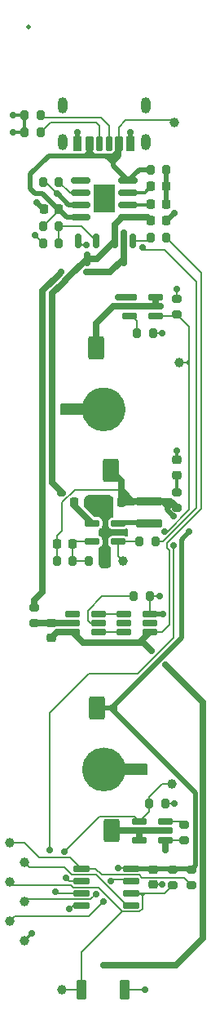
<source format=gbr>
%TF.GenerationSoftware,KiCad,Pcbnew,9.0.3*%
%TF.CreationDate,2025-10-01T23:26:51-04:00*%
%TF.ProjectId,Photon,50686f74-6f6e-42e6-9b69-6361645f7063,1.3*%
%TF.SameCoordinates,Original*%
%TF.FileFunction,Copper,L1,Top*%
%TF.FilePolarity,Positive*%
%FSLAX46Y46*%
G04 Gerber Fmt 4.6, Leading zero omitted, Abs format (unit mm)*
G04 Created by KiCad (PCBNEW 9.0.3) date 2025-10-01 23:26:51*
%MOMM*%
%LPD*%
G01*
G04 APERTURE LIST*
G04 Aperture macros list*
%AMRoundRect*
0 Rectangle with rounded corners*
0 $1 Rounding radius*
0 $2 $3 $4 $5 $6 $7 $8 $9 X,Y pos of 4 corners*
0 Add a 4 corners polygon primitive as box body*
4,1,4,$2,$3,$4,$5,$6,$7,$8,$9,$2,$3,0*
0 Add four circle primitives for the rounded corners*
1,1,$1+$1,$2,$3*
1,1,$1+$1,$4,$5*
1,1,$1+$1,$6,$7*
1,1,$1+$1,$8,$9*
0 Add four rect primitives between the rounded corners*
20,1,$1+$1,$2,$3,$4,$5,0*
20,1,$1+$1,$4,$5,$6,$7,0*
20,1,$1+$1,$6,$7,$8,$9,0*
20,1,$1+$1,$8,$9,$2,$3,0*%
G04 Aperture macros list end*
%TA.AperFunction,EtchedComponent*%
%ADD10C,0.200000*%
%TD*%
%TA.AperFunction,EtchedComponent*%
%ADD11C,2.259000*%
%TD*%
%TA.AperFunction,SMDPad,CuDef*%
%ADD12RoundRect,0.255000X0.595000X-0.945000X0.595000X0.945000X-0.595000X0.945000X-0.595000X-0.945000X0*%
%TD*%
%TA.AperFunction,SMDPad,CuDef*%
%ADD13RoundRect,0.255000X-0.595000X0.945000X-0.595000X-0.945000X0.595000X-0.945000X0.595000X0.945000X0*%
%TD*%
%TA.AperFunction,SMDPad,CuDef*%
%ADD14RoundRect,0.150000X-0.725000X-0.150000X0.725000X-0.150000X0.725000X0.150000X-0.725000X0.150000X0*%
%TD*%
%TA.AperFunction,SMDPad,CuDef*%
%ADD15RoundRect,0.200000X-0.200000X-0.275000X0.200000X-0.275000X0.200000X0.275000X-0.200000X0.275000X0*%
%TD*%
%TA.AperFunction,SMDPad,CuDef*%
%ADD16RoundRect,0.225000X0.225000X0.250000X-0.225000X0.250000X-0.225000X-0.250000X0.225000X-0.250000X0*%
%TD*%
%TA.AperFunction,SMDPad,CuDef*%
%ADD17C,1.000000*%
%TD*%
%TA.AperFunction,SMDPad,CuDef*%
%ADD18RoundRect,0.175000X0.175000X0.625000X-0.175000X0.625000X-0.175000X-0.625000X0.175000X-0.625000X0*%
%TD*%
%TA.AperFunction,SMDPad,CuDef*%
%ADD19RoundRect,0.200000X0.200000X0.600000X-0.200000X0.600000X-0.200000X-0.600000X0.200000X-0.600000X0*%
%TD*%
%TA.AperFunction,SMDPad,CuDef*%
%ADD20RoundRect,0.225000X0.225000X0.575000X-0.225000X0.575000X-0.225000X-0.575000X0.225000X-0.575000X0*%
%TD*%
%TA.AperFunction,HeatsinkPad*%
%ADD21O,1.000000X1.700000*%
%TD*%
%TA.AperFunction,SMDPad,CuDef*%
%ADD22RoundRect,0.162500X0.617500X0.162500X-0.617500X0.162500X-0.617500X-0.162500X0.617500X-0.162500X0*%
%TD*%
%TA.AperFunction,SMDPad,CuDef*%
%ADD23RoundRect,0.225000X-0.225000X-0.250000X0.225000X-0.250000X0.225000X0.250000X-0.225000X0.250000X0*%
%TD*%
%TA.AperFunction,SMDPad,CuDef*%
%ADD24RoundRect,0.225000X0.250000X-0.225000X0.250000X0.225000X-0.250000X0.225000X-0.250000X-0.225000X0*%
%TD*%
%TA.AperFunction,SMDPad,CuDef*%
%ADD25RoundRect,0.200000X0.200000X0.275000X-0.200000X0.275000X-0.200000X-0.275000X0.200000X-0.275000X0*%
%TD*%
%TA.AperFunction,SMDPad,CuDef*%
%ADD26RoundRect,0.200000X-0.275000X0.200000X-0.275000X-0.200000X0.275000X-0.200000X0.275000X0.200000X0*%
%TD*%
%TA.AperFunction,SMDPad,CuDef*%
%ADD27RoundRect,0.105000X-0.420000X-0.895000X0.420000X-0.895000X0.420000X0.895000X-0.420000X0.895000X0*%
%TD*%
%TA.AperFunction,SMDPad,CuDef*%
%ADD28RoundRect,0.218750X-0.218750X-0.256250X0.218750X-0.256250X0.218750X0.256250X-0.218750X0.256250X0*%
%TD*%
%TA.AperFunction,SMDPad,CuDef*%
%ADD29RoundRect,0.200000X0.275000X-0.200000X0.275000X0.200000X-0.275000X0.200000X-0.275000X-0.200000X0*%
%TD*%
%TA.AperFunction,SMDPad,CuDef*%
%ADD30RoundRect,0.150000X-0.150000X0.587500X-0.150000X-0.587500X0.150000X-0.587500X0.150000X0.587500X0*%
%TD*%
%TA.AperFunction,SMDPad,CuDef*%
%ADD31RoundRect,0.162500X-0.617500X-0.162500X0.617500X-0.162500X0.617500X0.162500X-0.617500X0.162500X0*%
%TD*%
%TA.AperFunction,SMDPad,CuDef*%
%ADD32RoundRect,0.218750X-0.256250X0.218750X-0.256250X-0.218750X0.256250X-0.218750X0.256250X0.218750X0*%
%TD*%
%TA.AperFunction,SMDPad,CuDef*%
%ADD33RoundRect,0.120000X1.230000X-0.280000X1.230000X0.280000X-1.230000X0.280000X-1.230000X-0.280000X0*%
%TD*%
%TA.AperFunction,SMDPad,CuDef*%
%ADD34C,0.500000*%
%TD*%
%TA.AperFunction,SMDPad,CuDef*%
%ADD35RoundRect,0.150000X-0.825000X-0.150000X0.825000X-0.150000X0.825000X0.150000X-0.825000X0.150000X0*%
%TD*%
%TA.AperFunction,HeatsinkPad*%
%ADD36R,2.290000X3.000000*%
%TD*%
%TA.AperFunction,ViaPad*%
%ADD37C,0.700000*%
%TD*%
%TA.AperFunction,Conductor*%
%ADD38C,0.700000*%
%TD*%
%TA.AperFunction,Conductor*%
%ADD39C,0.200000*%
%TD*%
%TA.AperFunction,Conductor*%
%ADD40C,0.500000*%
%TD*%
%TA.AperFunction,Conductor*%
%ADD41C,0.300000*%
%TD*%
G04 APERTURE END LIST*
%TO.C,D5*%
D10*
X48387000Y-54102000D02*
X50673000Y-54102000D01*
X50673000Y-53086000D01*
X48387000Y-53086000D01*
X48387000Y-54102000D01*
%TA.AperFunction,EtchedComponent*%
G36*
X48387000Y-54102000D02*
G01*
X50673000Y-54102000D01*
X50673000Y-53086000D01*
X48387000Y-53086000D01*
X48387000Y-54102000D01*
G37*
%TD.AperFunction*%
D11*
X53961500Y-53594000D02*
G75*
G02*
X51702500Y-53594000I-1129500J0D01*
G01*
X51702500Y-53594000D02*
G75*
G02*
X53961500Y-53594000I1129500J0D01*
G01*
%TO.C,D6*%
D10*
X57299429Y-90424000D02*
X55013429Y-90424000D01*
X55013429Y-91440000D01*
X57299429Y-91440000D01*
X57299429Y-90424000D01*
%TA.AperFunction,EtchedComponent*%
G36*
X57299429Y-90424000D02*
G01*
X55013429Y-90424000D01*
X55013429Y-91440000D01*
X57299429Y-91440000D01*
X57299429Y-90424000D01*
G37*
%TD.AperFunction*%
D11*
X53983929Y-90932000D02*
G75*
G02*
X51724929Y-90932000I-1129500J0D01*
G01*
X51724929Y-90932000D02*
G75*
G02*
X53983929Y-90932000I1129500J0D01*
G01*
%TD*%
D12*
%TO.P,D5,1,K*%
%TO.N,/OUT_LED1*%
X52070000Y-47244000D03*
%TO.P,D5,2,A*%
%TO.N,+3V3*%
X53594000Y-59944000D03*
%TD*%
D13*
%TO.P,D6,1,K*%
%TO.N,/OUT_LED2*%
X53616429Y-97282000D03*
%TO.P,D6,2,A*%
%TO.N,+3V3*%
X52092429Y-84582000D03*
%TD*%
D14*
%TO.P,U1,1,~{RESET}/PB5*%
%TO.N,/RESET*%
X50511000Y-101219000D03*
%TO.P,U1,2,PB3*%
%TO.N,/LED2_EN*%
X50511000Y-102489000D03*
%TO.P,U1,3,PB4*%
%TO.N,/LED1_EN*%
X50511000Y-103759000D03*
%TO.P,U1,4,GND*%
%TO.N,GND*%
X50511000Y-105029000D03*
%TO.P,U1,5,PB0*%
%TO.N,/MOSI*%
X55661000Y-105029000D03*
%TO.P,U1,6,PB1*%
%TO.N,/MISO_BTN*%
X55661000Y-103759000D03*
%TO.P,U1,7,PB2*%
%TO.N,/SCK*%
X55661000Y-102489000D03*
%TO.P,U1,8,VCC*%
%TO.N,+3V3*%
X55661000Y-101219000D03*
%TD*%
D15*
%TO.P,R6,1*%
%TO.N,/BUCK_EN*%
X56548000Y-67310000D03*
%TO.P,R6,2*%
%TO.N,/PMOS_EN_OUT*%
X58198000Y-67310000D03*
%TD*%
D16*
%TO.P,C2,1*%
%TO.N,GND*%
X51334000Y-63246000D03*
%TO.P,C2,2*%
%TO.N,PACK+*%
X49784000Y-63246000D03*
%TD*%
D17*
%TO.P,TP7,1,1*%
%TO.N,/MISO_BTN*%
X48514000Y-113792000D03*
%TD*%
%TO.P,TP2,1,1*%
%TO.N,/MOSI*%
X44607137Y-100584000D03*
%TD*%
%TO.P,TP8,1,1*%
%TO.N,/BUCK_EN*%
X54864000Y-69342000D03*
%TD*%
D18*
%TO.P,J1,A5,CC1*%
%TO.N,/CC1*%
X53378800Y-26040000D03*
D19*
%TO.P,J1,A9,VBUS*%
%TO.N,5V*%
X51358800Y-26040000D03*
D20*
%TO.P,J1,A12,GND*%
%TO.N,GND*%
X50128800Y-26040000D03*
D18*
%TO.P,J1,B5,CC2*%
%TO.N,/CC2*%
X52378800Y-26040000D03*
D19*
%TO.P,J1,B9,VBUS*%
%TO.N,5V*%
X54398800Y-26040000D03*
D20*
%TO.P,J1,B12,GND*%
%TO.N,GND*%
X55628800Y-26040000D03*
D21*
%TO.P,J1,S1,SHIELD*%
X57198800Y-25860000D03*
X57198800Y-22060000D03*
X48558800Y-25860000D03*
X48558800Y-22060000D03*
%TD*%
D17*
%TO.P,TP6,1,1*%
%TO.N,5V*%
X60198000Y-23876000D03*
%TD*%
D22*
%TO.P,U6,1,S1*%
%TO.N,/Bat-*%
X57611000Y-76708000D03*
%TO.P,U6,2,D1/D2*%
%TO.N,unconnected-(U6-D1{slash}D2-Pad2)*%
X57611000Y-75758000D03*
%TO.P,U6,3,S2*%
%TO.N,GND*%
X57611000Y-74808000D03*
%TO.P,U6,4,G2*%
%TO.N,/OC*%
X54911000Y-74808000D03*
%TO.P,U6,5,D1/D2*%
%TO.N,unconnected-(U6-D1{slash}D2-Pad5)*%
X54911000Y-75758000D03*
%TO.P,U6,6,G1*%
%TO.N,/OD*%
X54911000Y-76708000D03*
%TD*%
D16*
%TO.P,C4,1*%
%TO.N,/FB*%
X49556000Y-67564000D03*
%TO.P,C4,2*%
%TO.N,+3V3*%
X48006000Y-67564000D03*
%TD*%
D22*
%TO.P,U5,1,OD*%
%TO.N,/OD*%
X52277000Y-76708000D03*
%TO.P,U5,2,VM*%
%TO.N,/VM*%
X52277000Y-75758000D03*
%TO.P,U5,3,OC*%
%TO.N,/OC*%
X52277000Y-74808000D03*
%TO.P,U5,4,TD*%
%TO.N,unconnected-(U5-TD-Pad4)*%
X49577000Y-74808000D03*
%TO.P,U5,5,VCC*%
%TO.N,/DW01A_VCC*%
X49577000Y-75758000D03*
%TO.P,U5,6,GND*%
%TO.N,/Bat-*%
X49577000Y-76708000D03*
%TD*%
D15*
%TO.P,R9,1*%
%TO.N,/FB*%
X51258000Y-69342000D03*
%TO.P,R9,2*%
%TO.N,GND*%
X52908000Y-69342000D03*
%TD*%
D23*
%TO.P,C5,1*%
%TO.N,GND*%
X53086000Y-63246000D03*
%TO.P,C5,2*%
%TO.N,+3V3*%
X54636000Y-63246000D03*
%TD*%
D17*
%TO.P,TP11,1,1*%
%TO.N,/LED2_EN*%
X59944000Y-92456000D03*
%TD*%
D15*
%TO.P,R4,1*%
%TO.N,5V*%
X46543000Y-34568000D03*
%TO.P,R4,2*%
%TO.N,/USB_DSBL*%
X48193000Y-34568000D03*
%TD*%
D17*
%TO.P,TP4,1,1*%
%TO.N,/MISO_BTN*%
X43083137Y-102616000D03*
%TD*%
%TO.P,TP1,1,1*%
%TO.N,GND*%
X44607137Y-108712000D03*
%TD*%
D24*
%TO.P,C1,1*%
%TO.N,GND*%
X58013600Y-102883000D03*
%TO.P,C1,2*%
%TO.N,+3V3*%
X58013600Y-101333000D03*
%TD*%
D22*
%TO.P,U4,1,EN*%
%TO.N,/LED1_EN*%
X58246000Y-43876000D03*
%TO.P,U4,2,OUT*%
%TO.N,/OUT_LED1*%
X58246000Y-42926000D03*
%TO.P,U4,3,OUT*%
X58246000Y-41976000D03*
%TO.P,U4,4,GND*%
%TO.N,GND*%
X55546000Y-41976000D03*
%TO.P,U4,5,OUT*%
%TO.N,/OUT_LED1*%
X55546000Y-42926000D03*
%TO.P,U4,6,Rext*%
%TO.N,/Rext1*%
X55546000Y-43876000D03*
%TD*%
D17*
%TO.P,TP5,1,1*%
%TO.N,/SCK*%
X44607137Y-104648000D03*
%TD*%
D25*
%TO.P,R2,1*%
%TO.N,/CC2*%
X46291000Y-24892000D03*
%TO.P,R2,2*%
%TO.N,GND*%
X44641000Y-24892000D03*
%TD*%
%TO.P,R1,1*%
%TO.N,/CC1*%
X46291000Y-23114000D03*
%TO.P,R1,2*%
%TO.N,GND*%
X44641000Y-23114000D03*
%TD*%
D26*
%TO.P,R16,1*%
%TO.N,/Rext2*%
X61214000Y-96648500D03*
%TO.P,R16,2*%
%TO.N,GND*%
X61214000Y-98298500D03*
%TD*%
D27*
%TO.P,SW1,1,1*%
%TO.N,/MISO_BTN*%
X50546000Y-113792000D03*
%TO.P,SW1,2,2*%
%TO.N,GND*%
X54991000Y-113792000D03*
%TD*%
D28*
%TO.P,D2,1,K*%
%TO.N,/STAT1*%
X57756500Y-30484000D03*
%TO.P,D2,2,A*%
%TO.N,/LED_PWR*%
X59331500Y-30484000D03*
%TD*%
D25*
%TO.P,R10,1*%
%TO.N,/Iset*%
X48193000Y-29996000D03*
%TO.P,R10,2*%
%TO.N,GND*%
X46543000Y-29996000D03*
%TD*%
D15*
%TO.P,R7,1*%
%TO.N,5V*%
X57699000Y-28726000D03*
%TO.P,R7,2*%
%TO.N,/LED_PWR*%
X59349000Y-28726000D03*
%TD*%
D29*
%TO.P,R12,1*%
%TO.N,/LED1_EN*%
X60452000Y-43751000D03*
%TO.P,R12,2*%
%TO.N,GND*%
X60452000Y-42101000D03*
%TD*%
D30*
%TO.P,Q2,1,G*%
%TO.N,/BAT_DSBL*%
X55872000Y-36092000D03*
%TO.P,Q2,2,S*%
%TO.N,PACK+*%
X53972000Y-36092000D03*
%TO.P,Q2,3,D*%
%TO.N,/Bat+*%
X54922000Y-37967000D03*
%TD*%
D31*
%TO.P,U7,1,EN*%
%TO.N,/LED2_EN*%
X56562000Y-96332000D03*
%TO.P,U7,2,OUT*%
%TO.N,/OUT_LED2*%
X56562000Y-97282000D03*
%TO.P,U7,3,OUT*%
X56562000Y-98232000D03*
%TO.P,U7,4,GND*%
%TO.N,GND*%
X59262000Y-98232000D03*
%TO.P,U7,5,OUT*%
%TO.N,/OUT_LED2*%
X59262000Y-97282000D03*
%TO.P,U7,6,Rext*%
%TO.N,/Rext2*%
X59262000Y-96332000D03*
%TD*%
D26*
%TO.P,R14,1*%
%TO.N,/Bat+*%
X45593000Y-74108000D03*
%TO.P,R14,2*%
%TO.N,/DW01A_VCC*%
X45593000Y-75758000D03*
%TD*%
%TO.P,R3,1*%
%TO.N,+3V3*%
X59994800Y-101283000D03*
%TO.P,R3,2*%
%TO.N,/MISO_BTN*%
X59994800Y-102933000D03*
%TD*%
%TO.P,R18,1*%
%TO.N,+3V3*%
X61976000Y-101283000D03*
%TO.P,R18,2*%
%TO.N,/RESET*%
X61976000Y-102933000D03*
%TD*%
D32*
%TO.P,D3,1,K*%
%TO.N,GND*%
X60465000Y-58839500D03*
%TO.P,D3,2,A*%
%TO.N,/LED_A*%
X60465000Y-60414500D03*
%TD*%
D17*
%TO.P,TP9,1,1*%
%TO.N,+3V3*%
X43083137Y-106680000D03*
%TD*%
%TO.P,TP3,1,1*%
%TO.N,/RESET*%
X43083137Y-98552000D03*
%TD*%
D25*
%TO.P,R5,1*%
%TO.N,/USB_DSBL*%
X48193000Y-36346000D03*
%TO.P,R5,2*%
%TO.N,GND*%
X46543000Y-36346000D03*
%TD*%
D33*
%TO.P,L1,1,1*%
%TO.N,/LX*%
X57518600Y-65405000D03*
%TO.P,L1,2,2*%
%TO.N,+3V3*%
X57518600Y-63093600D03*
%TD*%
D29*
%TO.P,R11,1*%
%TO.N,+3V3*%
X60465000Y-63817000D03*
%TO.P,R11,2*%
%TO.N,/LED_A*%
X60465000Y-62167000D03*
%TD*%
D34*
%TO.P,FID1,*%
%TO.N,*%
X45029000Y-13915500D03*
%TD*%
D15*
%TO.P,R19,1*%
%TO.N,/BAT_DSBL*%
X57699000Y-35759500D03*
%TO.P,R19,2*%
%TO.N,/Bat-*%
X59349000Y-35759500D03*
%TD*%
D24*
%TO.P,C7,1*%
%TO.N,/Bat-*%
X47371000Y-77308000D03*
%TO.P,C7,2*%
%TO.N,/DW01A_VCC*%
X47371000Y-75758000D03*
%TD*%
D15*
%TO.P,R8,1*%
%TO.N,+3V3*%
X47956000Y-69342000D03*
%TO.P,R8,2*%
%TO.N,/FB*%
X49606000Y-69342000D03*
%TD*%
D25*
%TO.P,R17,1*%
%TO.N,GND*%
X57611000Y-72964000D03*
%TO.P,R17,2*%
%TO.N,/VM*%
X55961000Y-72964000D03*
%TD*%
D17*
%TO.P,TP10,1,1*%
%TO.N,/LED1_EN*%
X60706000Y-48768000D03*
%TD*%
D22*
%TO.P,U2,1,EN*%
%TO.N,/BUCK_EN*%
X54356000Y-67305000D03*
%TO.P,U2,2,GND*%
%TO.N,GND*%
X54356000Y-66355000D03*
%TO.P,U2,3,LX*%
%TO.N,/LX*%
X54356000Y-65405000D03*
%TO.P,U2,4,Vin*%
%TO.N,PACK+*%
X51656000Y-65405000D03*
%TO.P,U2,5,FB*%
%TO.N,/FB*%
X51656000Y-67305000D03*
%TD*%
D15*
%TO.P,R13,1*%
%TO.N,/Rext1*%
X56325000Y-45720000D03*
%TO.P,R13,2*%
%TO.N,GND*%
X57975000Y-45720000D03*
%TD*%
%TO.P,R15,1*%
%TO.N,/LED2_EN*%
X57595000Y-94488000D03*
%TO.P,R15,2*%
%TO.N,GND*%
X59245000Y-94488000D03*
%TD*%
D28*
%TO.P,D1,1,K*%
%TO.N,/STAT2*%
X57756500Y-32282000D03*
%TO.P,D1,2,A*%
%TO.N,/LED_PWR*%
X59331500Y-32282000D03*
%TD*%
D35*
%TO.P,U3,1*%
%TO.N,N/C*%
X50419000Y-29857000D03*
%TO.P,U3,2,ISET*%
%TO.N,/Iset*%
X50419000Y-31127000D03*
%TO.P,U3,3,VSS*%
%TO.N,GND*%
X50419000Y-32397000D03*
%TO.P,U3,4,VIN*%
%TO.N,5V*%
X50419000Y-33667000D03*
%TO.P,U3,5,VBAT*%
%TO.N,PACK+*%
X55369000Y-33667000D03*
%TO.P,U3,6,STAT2*%
%TO.N,/STAT2*%
X55369000Y-32397000D03*
%TO.P,U3,7,STAT1*%
%TO.N,/STAT1*%
X55369000Y-31127000D03*
%TO.P,U3,8,EN*%
%TO.N,5V*%
X55369000Y-29857000D03*
D36*
%TO.P,U3,9*%
%TO.N,N/C*%
X52894000Y-31762000D03*
%TD*%
D16*
%TO.P,C6,1*%
%TO.N,GND*%
X59299000Y-34036000D03*
%TO.P,C6,2*%
%TO.N,PACK+*%
X57749000Y-34036000D03*
%TD*%
D30*
%TO.P,Q1,1,G*%
%TO.N,/USB_DSBL*%
X52062000Y-36092000D03*
%TO.P,Q1,2,S*%
%TO.N,/PMOS_EN_OUT*%
X50162000Y-36092000D03*
%TO.P,Q1,3,D*%
%TO.N,PACK+*%
X51112000Y-37967000D03*
%TD*%
D23*
%TO.P,C3,1*%
%TO.N,GND*%
X46593000Y-32790000D03*
%TO.P,C3,2*%
%TO.N,5V*%
X48143000Y-32790000D03*
%TD*%
D37*
%TO.N,GND*%
X45369137Y-107950000D03*
X45720000Y-35560000D03*
X54356000Y-41976000D03*
X55628800Y-24892000D03*
X52832000Y-66294000D03*
X59262000Y-99314000D03*
X57150000Y-113792000D03*
X60452000Y-41148000D03*
X60198000Y-33274000D03*
X43434000Y-23114000D03*
X60198000Y-94488000D03*
X60452000Y-57912000D03*
X50128800Y-24892000D03*
X48006000Y-31242000D03*
X43434000Y-24892000D03*
X45847000Y-32131000D03*
X49276000Y-105410000D03*
X58928000Y-45720000D03*
X58928000Y-102870000D03*
X58674000Y-72964000D03*
X58975000Y-74808000D03*
%TO.N,PACK+*%
X50527000Y-64281000D03*
X48543380Y-62297380D03*
%TO.N,/SCK*%
X52015896Y-103820103D03*
X53605238Y-102469999D03*
%TO.N,/LED2_EN*%
X48925036Y-102168275D03*
X48768000Y-99426000D03*
%TO.N,/LED1_EN*%
X60107220Y-67732794D03*
X59132930Y-66244930D03*
X47808000Y-103576000D03*
X47244000Y-99314000D03*
%TO.N,+3V3*%
X60071000Y-64643000D03*
X52837896Y-104642104D03*
X61722000Y-66294000D03*
X54356000Y-101170000D03*
%TO.N,/Bat+*%
X51054000Y-39370000D03*
X54922000Y-35316082D03*
X48436206Y-39370000D03*
%TO.N,/Bat-*%
X52832000Y-111252000D03*
X57824764Y-78652764D03*
X59239686Y-80067686D03*
%TO.N,/PMOS_EN_OUT*%
X56896000Y-36830000D03*
X51054000Y-36576000D03*
%TD*%
D38*
%TO.N,/OUT_LED1*%
X53848000Y-42926000D02*
X55800000Y-42926000D01*
X52070000Y-47244000D02*
X52070000Y-44704000D01*
X52070000Y-44704000D02*
X53848000Y-42926000D01*
D39*
%TO.N,/LED1_EN*%
X60136000Y-43876000D02*
X58246000Y-43876000D01*
X60261000Y-43751000D02*
X60136000Y-43876000D01*
X60452000Y-43751000D02*
X60261000Y-43751000D01*
%TO.N,GND*%
X58928000Y-102870000D02*
X58026600Y-102870000D01*
X46543000Y-36346000D02*
X46506000Y-36346000D01*
D40*
X50419000Y-32397000D02*
X49187242Y-32397000D01*
D39*
X46543000Y-29996000D02*
X46760000Y-29996000D01*
X59328500Y-98298500D02*
X59262000Y-98232000D01*
D40*
X46506000Y-32790000D02*
X46593000Y-32790000D01*
D38*
X55800000Y-41976000D02*
X54356000Y-41976000D01*
D41*
X45369137Y-107950000D02*
X44607137Y-108712000D01*
D40*
X58975000Y-74808000D02*
X57611000Y-74808000D01*
D39*
X58674000Y-72964000D02*
X57611000Y-72964000D01*
X46506000Y-36346000D02*
X45720000Y-35560000D01*
D40*
X49187242Y-32397000D02*
X48032242Y-31242000D01*
X48032242Y-31242000D02*
X48006000Y-31242000D01*
D39*
X60198000Y-94488000D02*
X59245000Y-94488000D01*
D41*
X44641000Y-23114000D02*
X44641000Y-24892000D01*
X60465000Y-58839500D02*
X60465000Y-57925000D01*
D39*
X50511000Y-105029000D02*
X49657000Y-105029000D01*
D40*
X45847000Y-32131000D02*
X46506000Y-32790000D01*
D41*
X60465000Y-57925000D02*
X60452000Y-57912000D01*
D40*
X60198000Y-33274000D02*
X59436000Y-34036000D01*
X59436000Y-34036000D02*
X59299000Y-34036000D01*
D39*
X58026600Y-102870000D02*
X58013600Y-102883000D01*
X46760000Y-29996000D02*
X48006000Y-31242000D01*
X58928000Y-45720000D02*
X57975000Y-45720000D01*
D41*
X43434000Y-24892000D02*
X44641000Y-24892000D01*
X43434000Y-23114000D02*
X44641000Y-23114000D01*
D39*
X49657000Y-105029000D02*
X49276000Y-105410000D01*
X57611000Y-72964000D02*
X57611000Y-74808000D01*
X61214000Y-98298500D02*
X59328500Y-98298500D01*
D40*
X55628800Y-24892000D02*
X55628800Y-26040000D01*
D39*
X57150000Y-113792000D02*
X54991000Y-113792000D01*
D38*
X59262000Y-98232000D02*
X59262000Y-99314000D01*
D40*
X50128800Y-24892000D02*
X50128800Y-26040000D01*
D39*
X60452000Y-41148000D02*
X60452000Y-42101000D01*
D38*
%TO.N,PACK+*%
X48592897Y-40486103D02*
X48594309Y-40486103D01*
X48594309Y-40486103D02*
X49122103Y-39958309D01*
X54725000Y-33667000D02*
X53972000Y-34420000D01*
X49122103Y-39958309D02*
X49122103Y-39956897D01*
X50527000Y-64281000D02*
X51651000Y-65405000D01*
X51651000Y-65405000D02*
X51656000Y-65405000D01*
X57380000Y-33667000D02*
X55369000Y-33667000D01*
X47498000Y-61214000D02*
X47498000Y-41581000D01*
X49784000Y-63538000D02*
X50527000Y-64281000D01*
X53972000Y-34420000D02*
X53972000Y-36092000D01*
X52097000Y-37967000D02*
X51112000Y-37967000D01*
X55369000Y-33667000D02*
X54725000Y-33667000D01*
X49122103Y-39956897D02*
X51112000Y-37967000D01*
X48289380Y-62297380D02*
X48289380Y-62259380D01*
X49784000Y-63246000D02*
X49784000Y-63538000D01*
X53972000Y-36092000D02*
X52097000Y-37967000D01*
X47498000Y-41581000D02*
X48592897Y-40486103D01*
X57749000Y-34036000D02*
X57380000Y-33667000D01*
X48543380Y-62259380D02*
X47498000Y-61214000D01*
D39*
%TO.N,/FB*%
X49556000Y-67564000D02*
X49556000Y-69292000D01*
X51651000Y-67305000D02*
X51656000Y-67310000D01*
X49815000Y-67305000D02*
X51651000Y-67305000D01*
X49606000Y-69342000D02*
X51258000Y-69342000D01*
X49556000Y-69292000D02*
X49606000Y-69342000D01*
X49556000Y-67564000D02*
X49815000Y-67305000D01*
D38*
%TO.N,/OUT_LED1*%
X58246000Y-42926000D02*
X58246000Y-41976000D01*
X56067000Y-42926000D02*
X58767000Y-42926000D01*
%TO.N,/OUT_LED2*%
X56562000Y-97282000D02*
X53616429Y-97282000D01*
X56562000Y-97282000D02*
X56562000Y-98232000D01*
X56562000Y-97282000D02*
X59262000Y-97282000D01*
D40*
%TO.N,/LX*%
X53969500Y-65344000D02*
X57457600Y-65344000D01*
X57457600Y-65344000D02*
X57518600Y-65405000D01*
D39*
%TO.N,/SCK*%
X55534000Y-102362000D02*
X55661000Y-102489000D01*
X53713237Y-102362000D02*
X55534000Y-102362000D01*
X53605238Y-102469999D02*
X53713237Y-102362000D01*
X51441999Y-104394000D02*
X44861137Y-104394000D01*
X52015896Y-103820103D02*
X51441999Y-104394000D01*
X44861137Y-104394000D02*
X44607137Y-104648000D01*
%TO.N,/LED2_EN*%
X52413000Y-95781000D02*
X48768000Y-99426000D01*
X57595000Y-93789000D02*
X58928000Y-92456000D01*
X57595000Y-95299000D02*
X57595000Y-94488000D01*
X58928000Y-92456000D02*
X59944000Y-92456000D01*
X56562000Y-96332000D02*
X57595000Y-95299000D01*
X48925036Y-102168275D02*
X49245761Y-102489000D01*
X57595000Y-94488000D02*
X57595000Y-93789000D01*
X49245761Y-102489000D02*
X50511000Y-102489000D01*
X56562000Y-96332000D02*
X56011000Y-95781000D01*
X56011000Y-95781000D02*
X52413000Y-95781000D01*
%TO.N,/LED1_EN*%
X61722000Y-64008000D02*
X61722000Y-49022000D01*
X60107220Y-77289548D02*
X56370768Y-81026000D01*
X61722000Y-49022000D02*
X61722000Y-48768000D01*
X60107220Y-67732794D02*
X60107220Y-77289548D01*
X56370768Y-81026000D02*
X51308000Y-81026000D01*
X61722000Y-45021000D02*
X60452000Y-43751000D01*
X61468000Y-48768000D02*
X61722000Y-48768000D01*
X61468000Y-48768000D02*
X61722000Y-48514000D01*
X61468000Y-48768000D02*
X61722000Y-49022000D01*
X61722000Y-64008000D02*
X59485070Y-66244930D01*
X60706000Y-48768000D02*
X61468000Y-48768000D01*
X47244000Y-85090000D02*
X47244000Y-99314000D01*
X61722000Y-48514000D02*
X61722000Y-45021000D01*
X47991000Y-103759000D02*
X50511000Y-103759000D01*
X59485070Y-66244930D02*
X59132930Y-66244930D01*
X61722000Y-48768000D02*
X61722000Y-48514000D01*
X51308000Y-81026000D02*
X47244000Y-85090000D01*
X47808000Y-103576000D02*
X47991000Y-103759000D01*
%TO.N,/MOSI*%
X52070000Y-101854000D02*
X49530000Y-101854000D01*
X55245000Y-105029000D02*
X52070000Y-101854000D01*
X48768000Y-101092000D02*
X45115137Y-101092000D01*
X49530000Y-101854000D02*
X48768000Y-101092000D01*
X55661000Y-105029000D02*
X55245000Y-105029000D01*
X45115137Y-101092000D02*
X44607137Y-100584000D01*
%TO.N,/Rext1*%
X56325000Y-45720000D02*
X56325000Y-44401000D01*
X56325000Y-44401000D02*
X55800000Y-43876000D01*
%TO.N,/Rext2*%
X60897500Y-96332000D02*
X59262000Y-96332000D01*
X61214000Y-96648500D02*
X60897500Y-96332000D01*
D40*
%TO.N,+3V3*%
X53594000Y-84582000D02*
X54000400Y-84988400D01*
D39*
X54571103Y-61911103D02*
X54636000Y-61976000D01*
D40*
X59436000Y-63881000D02*
X59436000Y-63627000D01*
X61912000Y-101219000D02*
X55661000Y-101219000D01*
D39*
X51308000Y-106172000D02*
X43591137Y-106172000D01*
D40*
X54000400Y-84175600D02*
X54127400Y-84048600D01*
D38*
X59436000Y-63093600D02*
X59741600Y-63093600D01*
D40*
X60071000Y-64643000D02*
X59436000Y-64008000D01*
D38*
X56032400Y-63093600D02*
X57518600Y-63093600D01*
X54636000Y-63246000D02*
X55880000Y-63246000D01*
X54636000Y-60986000D02*
X53594000Y-59944000D01*
D40*
X54000400Y-84988400D02*
X62370069Y-93358069D01*
D39*
X48512603Y-66168397D02*
X48006000Y-66675000D01*
D38*
X54636000Y-61976000D02*
X54636000Y-60986000D01*
D40*
X54000400Y-84988400D02*
X54000400Y-84175600D01*
D39*
X48006000Y-67564000D02*
X48006000Y-69292000D01*
D38*
X57518600Y-63093600D02*
X58928000Y-63093600D01*
X54636000Y-63246000D02*
X54636000Y-61976000D01*
D40*
X59436000Y-63601600D02*
X58928000Y-63093600D01*
X62370069Y-100888931D02*
X61976000Y-101283000D01*
X59436000Y-63627000D02*
X59436000Y-63093600D01*
D39*
X54356000Y-101170000D02*
X55612000Y-101170000D01*
D40*
X61976000Y-101283000D02*
X61912000Y-101219000D01*
D38*
X58928000Y-63093600D02*
X59436000Y-63093600D01*
D40*
X52092429Y-84582000D02*
X53594000Y-84582000D01*
X62370069Y-93358069D02*
X62370069Y-100888931D01*
D38*
X59741600Y-63093600D02*
X59982500Y-63334500D01*
D39*
X48006000Y-66675000D02*
X48006000Y-67564000D01*
X48512603Y-63247397D02*
X48512603Y-66168397D01*
X52837896Y-104642104D02*
X51308000Y-106172000D01*
D40*
X59436000Y-63881000D02*
X59982500Y-63334500D01*
X60907220Y-67108780D02*
X60907220Y-77268780D01*
D38*
X55880000Y-63246000D02*
X56032400Y-63093600D01*
X55626000Y-62992000D02*
X55626000Y-62966000D01*
D40*
X59436000Y-64008000D02*
X59436000Y-63881000D01*
D39*
X48006000Y-69292000D02*
X47956000Y-69342000D01*
X48512603Y-63247397D02*
X49848897Y-61911103D01*
D40*
X53594000Y-84582000D02*
X54127400Y-84048600D01*
D38*
X55880000Y-63246000D02*
X55626000Y-62992000D01*
D40*
X61722000Y-66294000D02*
X60907220Y-67108780D01*
D39*
X49848897Y-61911103D02*
X54571103Y-61911103D01*
D40*
X59436000Y-63627000D02*
X59436000Y-63601600D01*
D39*
X55612000Y-101170000D02*
X55661000Y-101219000D01*
D38*
X59982500Y-63334500D02*
X60465000Y-63817000D01*
X55626000Y-62966000D02*
X54636000Y-61976000D01*
D40*
X60907220Y-77268780D02*
X54127400Y-84048600D01*
D39*
X43591137Y-106172000D02*
X43083137Y-106680000D01*
%TO.N,/MISO_BTN*%
X56837000Y-105369968D02*
X56837000Y-104060001D01*
X49663032Y-103158000D02*
X52273032Y-103158000D01*
X50546000Y-109829032D02*
X50546000Y-113792000D01*
X43357137Y-102890000D02*
X49395032Y-102890000D01*
X57150000Y-103759000D02*
X56896000Y-103759000D01*
X56837000Y-104060001D02*
X56848999Y-104060001D01*
X59168800Y-103759000D02*
X57150000Y-103759000D01*
X56576968Y-105630000D02*
X56837000Y-105369968D01*
X54745032Y-105630000D02*
X56576968Y-105630000D01*
X56837000Y-103818000D02*
X56896000Y-103759000D01*
X49395032Y-102890000D02*
X49663032Y-103158000D01*
X54745032Y-105630000D02*
X50546000Y-109829032D01*
X56896000Y-103759000D02*
X55661000Y-103759000D01*
X56535999Y-103759000D02*
X55661000Y-103759000D01*
X52273032Y-103158000D02*
X54745032Y-105630000D01*
X43083137Y-102616000D02*
X43357137Y-102890000D01*
X56837000Y-104060001D02*
X56535999Y-103759000D01*
X56848999Y-104060001D02*
X57150000Y-103759000D01*
X59994800Y-102933000D02*
X59168800Y-103759000D01*
X56837000Y-104060001D02*
X56837000Y-103818000D01*
X50546000Y-113792000D02*
X48514000Y-113792000D01*
%TO.N,/RESET*%
X43083137Y-98552000D02*
X44607137Y-98552000D01*
X52603100Y-101820000D02*
X52002100Y-101219000D01*
X49368000Y-100076000D02*
X50511000Y-101219000D01*
X46131137Y-100076000D02*
X49368000Y-100076000D01*
X61175000Y-102132000D02*
X56820968Y-102132000D01*
X56820968Y-102132000D02*
X56508968Y-101820000D01*
X44607137Y-98552000D02*
X46131137Y-100076000D01*
X56508968Y-101820000D02*
X52603100Y-101820000D01*
X61976000Y-102933000D02*
X61175000Y-102132000D01*
X52002100Y-101219000D02*
X50511000Y-101219000D01*
D40*
%TO.N,5V*%
X51809800Y-27291000D02*
X53086000Y-27291000D01*
D39*
X48143000Y-32968000D02*
X48143000Y-32790000D01*
D40*
X48143000Y-32790000D02*
X48030000Y-32790000D01*
D39*
X55118000Y-23622000D02*
X54398800Y-24341200D01*
X54398800Y-24341200D02*
X54398800Y-26040000D01*
D40*
X50419000Y-33667000D02*
X49020000Y-33667000D01*
X53735000Y-27940000D02*
X53086000Y-27291000D01*
X46482000Y-31242000D02*
X45720000Y-31242000D01*
X53086000Y-27291000D02*
X53820600Y-27291000D01*
X45212000Y-30734000D02*
X45212000Y-29210000D01*
X53820600Y-27291000D02*
X54398800Y-26712800D01*
X50546000Y-27291000D02*
X50907800Y-27291000D01*
X49020000Y-33667000D02*
X48143000Y-32790000D01*
X54398800Y-26712800D02*
X54398800Y-26040000D01*
X53820600Y-27291000D02*
X53820600Y-27940000D01*
X53820600Y-27940000D02*
X53735000Y-27940000D01*
X50546000Y-27291000D02*
X51809800Y-27291000D01*
X50907800Y-27291000D02*
X51358800Y-26840000D01*
X53820600Y-28308600D02*
X55369000Y-29857000D01*
X45720000Y-31242000D02*
X45212000Y-30734000D01*
X51358800Y-26840000D02*
X51358800Y-26040000D01*
X53820600Y-27940000D02*
X54398800Y-27361800D01*
D39*
X59944000Y-23622000D02*
X55118000Y-23622000D01*
X46543000Y-34568000D02*
X48143000Y-32968000D01*
D40*
X47131000Y-27291000D02*
X50546000Y-27291000D01*
X51358800Y-26840000D02*
X51809800Y-27291000D01*
X45212000Y-29210000D02*
X47131000Y-27291000D01*
X54398800Y-27361800D02*
X54398800Y-26040000D01*
D39*
X60198000Y-23876000D02*
X59944000Y-23622000D01*
D40*
X48030000Y-32790000D02*
X46482000Y-31242000D01*
X57699000Y-28726000D02*
X56500000Y-28726000D01*
X53820600Y-27940000D02*
X53820600Y-28308600D01*
X56500000Y-28726000D02*
X55369000Y-29857000D01*
D38*
%TO.N,/DW01A_VCC*%
X49577000Y-75758000D02*
X45593000Y-75758000D01*
D39*
%TO.N,/CC1*%
X53378800Y-26040000D02*
X53378800Y-24168800D01*
X53378800Y-24168800D02*
X52578000Y-23368000D01*
X46545000Y-23368000D02*
X46291000Y-23114000D01*
X52578000Y-23368000D02*
X46545000Y-23368000D01*
%TO.N,/CC2*%
X52378800Y-24184800D02*
X52070000Y-23876000D01*
X52378800Y-26040000D02*
X52378800Y-24184800D01*
X47307000Y-23876000D02*
X46291000Y-24892000D01*
X52070000Y-23876000D02*
X47307000Y-23876000D01*
D40*
%TO.N,/LED_PWR*%
X59331500Y-29123500D02*
X59349000Y-29106000D01*
X59331500Y-32282000D02*
X59331500Y-29123500D01*
X59349000Y-29106000D02*
X59349000Y-28726000D01*
D41*
%TO.N,/STAT2*%
X57756500Y-32282000D02*
X57641500Y-32397000D01*
X57641500Y-32397000D02*
X55369000Y-32397000D01*
%TO.N,/STAT1*%
X57113500Y-31127000D02*
X55369000Y-31127000D01*
X57756500Y-30484000D02*
X57113500Y-31127000D01*
%TO.N,/LED_A*%
X60465000Y-62167000D02*
X60465000Y-60414500D01*
D39*
%TO.N,/BUCK_EN*%
X54356000Y-68834000D02*
X54864000Y-69342000D01*
X56548000Y-67310000D02*
X56543000Y-67305000D01*
X54356000Y-67310000D02*
X54356000Y-68834000D01*
X54351000Y-67305000D02*
X54356000Y-67310000D01*
X56543000Y-67305000D02*
X54351000Y-67305000D01*
%TO.N,/Iset*%
X50419000Y-31127000D02*
X49324000Y-31127000D01*
X49324000Y-31127000D02*
X48193000Y-29996000D01*
%TO.N,/VM*%
X51497001Y-75758000D02*
X51196000Y-75456999D01*
X51196000Y-75456999D02*
X51196000Y-74449010D01*
X52681010Y-72964000D02*
X55961000Y-72964000D01*
X51196000Y-74449010D02*
X52681010Y-72964000D01*
X52277000Y-75758000D02*
X51497001Y-75758000D01*
%TO.N,/OD*%
X52277000Y-76708000D02*
X54911000Y-76708000D01*
%TO.N,/OC*%
X52277000Y-74808000D02*
X54911000Y-74808000D01*
D38*
%TO.N,/Bat+*%
X48436206Y-39370000D02*
X48221103Y-39585103D01*
X46482000Y-72520000D02*
X45593000Y-73409000D01*
X53519000Y-39370000D02*
X54922000Y-37967000D01*
X48221103Y-39585103D02*
X48219691Y-39585103D01*
X51054000Y-39370000D02*
X53519000Y-39370000D01*
X48219691Y-39585103D02*
X46482000Y-41322794D01*
X46482000Y-41322794D02*
X46482000Y-72520000D01*
X54922000Y-35316082D02*
X54922000Y-37967000D01*
X45593000Y-73409000D02*
X45593000Y-74108000D01*
%TO.N,/Bat-*%
X53641000Y-77790000D02*
X50659000Y-77790000D01*
X47971000Y-76708000D02*
X49577000Y-76708000D01*
D39*
X59456220Y-68002448D02*
X59690000Y-68236228D01*
D38*
X60325000Y-111252000D02*
X52832000Y-111252000D01*
D39*
X59456220Y-67463140D02*
X59456220Y-68002448D01*
D38*
X59239686Y-80067686D02*
X63171069Y-83999069D01*
D39*
X62992000Y-39402500D02*
X62992000Y-63927360D01*
D38*
X57824764Y-78652764D02*
X56962000Y-77790000D01*
X47371000Y-77308000D02*
X47971000Y-76708000D01*
X50659000Y-77790000D02*
X49577000Y-76708000D01*
D39*
X62992000Y-63927360D02*
X59456220Y-67463140D01*
X59690000Y-68236228D02*
X59690000Y-75946000D01*
D38*
X56529000Y-77790000D02*
X57611000Y-76708000D01*
X63171069Y-103123829D02*
X63163358Y-108413642D01*
D39*
X59690000Y-75946000D02*
X58928000Y-76708000D01*
D38*
X53641000Y-77790000D02*
X56529000Y-77790000D01*
X63171069Y-83999069D02*
X63171069Y-103123829D01*
X63163358Y-108413642D02*
X60325000Y-111252000D01*
X56962000Y-77790000D02*
X56529000Y-77790000D01*
D39*
X58928000Y-76708000D02*
X57611000Y-76708000D01*
X59349000Y-35759500D02*
X62992000Y-39402500D01*
%TO.N,/PMOS_EN_OUT*%
X58987100Y-67310000D02*
X62484000Y-63813100D01*
X62484000Y-63813100D02*
X62484000Y-40386000D01*
X58198000Y-67310000D02*
X58987100Y-67310000D01*
X50646000Y-36576000D02*
X50162000Y-36092000D01*
X51054000Y-36576000D02*
X50646000Y-36576000D01*
X57150000Y-37084000D02*
X56896000Y-36830000D01*
X59182000Y-37084000D02*
X57150000Y-37084000D01*
X62484000Y-40386000D02*
X59182000Y-37084000D01*
%TO.N,/USB_DSBL*%
X50538000Y-34568000D02*
X52062000Y-36092000D01*
X48193000Y-36346000D02*
X48193000Y-36135000D01*
X48193000Y-34568000D02*
X50538000Y-34568000D01*
X48193000Y-34568000D02*
X48193000Y-36346000D01*
%TO.N,/BAT_DSBL*%
X57366500Y-36092000D02*
X57699000Y-35759500D01*
X55872000Y-36092000D02*
X57366500Y-36092000D01*
%TD*%
%TA.AperFunction,Conductor*%
%TO.N,GND*%
G36*
X53356059Y-62485061D02*
G01*
X53461223Y-62498906D01*
X53492491Y-62507284D01*
X53582918Y-62544740D01*
X53610952Y-62560925D01*
X53688602Y-62620509D01*
X53711490Y-62643397D01*
X53731115Y-62668973D01*
X53771074Y-62721048D01*
X53787259Y-62749081D01*
X53824715Y-62839508D01*
X53833093Y-62870775D01*
X53846939Y-62975939D01*
X53848000Y-62992125D01*
X53848000Y-64705500D01*
X53828315Y-64772539D01*
X53775511Y-64818294D01*
X53724005Y-64829500D01*
X53705995Y-64829500D01*
X53705992Y-64829501D01*
X53609286Y-64844817D01*
X53609285Y-64844817D01*
X53531077Y-64884666D01*
X53492719Y-64904211D01*
X53492718Y-64904212D01*
X53492713Y-64904215D01*
X53400215Y-64996713D01*
X53400210Y-64996720D01*
X53340816Y-65113288D01*
X53325500Y-65209996D01*
X53325500Y-65600007D01*
X53340817Y-65696713D01*
X53340817Y-65696714D01*
X53340818Y-65696715D01*
X53400211Y-65813281D01*
X53400213Y-65813283D01*
X53400215Y-65813286D01*
X53492713Y-65905784D01*
X53492716Y-65905786D01*
X53492719Y-65905789D01*
X53609285Y-65965182D01*
X53609286Y-65965182D01*
X53609288Y-65965183D01*
X53609287Y-65965183D01*
X53652618Y-65972045D01*
X53705997Y-65980500D01*
X55006002Y-65980499D01*
X55006007Y-65980499D01*
X55006007Y-65980498D01*
X55068676Y-65970573D01*
X55102710Y-65965183D01*
X55102711Y-65965182D01*
X55102715Y-65965182D01*
X55117195Y-65957803D01*
X55149167Y-65951798D01*
X55180865Y-65944508D01*
X55183309Y-65945386D01*
X55185863Y-65944907D01*
X55216009Y-65957142D01*
X55246615Y-65968145D01*
X55249101Y-65970573D01*
X55250604Y-65971183D01*
X55271864Y-65992800D01*
X55289020Y-66015158D01*
X55295075Y-66023049D01*
X55311259Y-66051081D01*
X55348715Y-66141508D01*
X55357093Y-66172775D01*
X55370939Y-66277939D01*
X55372000Y-66294125D01*
X55372000Y-66547874D01*
X55370939Y-66564060D01*
X55357093Y-66669224D01*
X55348716Y-66700489D01*
X55342018Y-66716660D01*
X55328914Y-66732920D01*
X55328826Y-66733121D01*
X55328670Y-66733223D01*
X55298177Y-66771064D01*
X55231883Y-66793130D01*
X55171165Y-66779694D01*
X55102715Y-66744818D01*
X55102713Y-66744817D01*
X55102710Y-66744816D01*
X55006003Y-66729500D01*
X53705992Y-66729500D01*
X53705992Y-66729501D01*
X53609286Y-66744817D01*
X53609285Y-66744817D01*
X53531077Y-66784666D01*
X53492719Y-66804211D01*
X53492718Y-66804212D01*
X53492713Y-66804215D01*
X53400215Y-66896713D01*
X53400210Y-66896720D01*
X53340816Y-67013288D01*
X53325500Y-67109996D01*
X53325500Y-67500007D01*
X53340817Y-67596713D01*
X53340817Y-67596714D01*
X53340818Y-67596715D01*
X53400211Y-67713281D01*
X53492719Y-67805789D01*
X53492722Y-67805790D01*
X53492724Y-67805792D01*
X53526293Y-67822896D01*
X53577090Y-67870869D01*
X53594000Y-67933381D01*
X53594000Y-69595874D01*
X53592939Y-69612059D01*
X53592939Y-69612060D01*
X53579093Y-69717224D01*
X53570715Y-69748491D01*
X53533259Y-69838918D01*
X53517074Y-69866951D01*
X53457491Y-69944601D01*
X53434601Y-69967491D01*
X53356951Y-70027074D01*
X53328918Y-70043259D01*
X53238491Y-70080715D01*
X53207224Y-70089093D01*
X53113398Y-70101446D01*
X53102058Y-70102939D01*
X53085874Y-70104000D01*
X52845126Y-70104000D01*
X52828941Y-70102939D01*
X52815917Y-70101224D01*
X52723775Y-70089093D01*
X52692508Y-70080715D01*
X52602081Y-70043259D01*
X52574048Y-70027074D01*
X52496398Y-69967491D01*
X52473508Y-69944601D01*
X52413925Y-69866951D01*
X52397740Y-69838918D01*
X52360284Y-69748491D01*
X52351906Y-69717223D01*
X52338061Y-69612059D01*
X52337000Y-69595874D01*
X52337000Y-67974653D01*
X52356685Y-67907614D01*
X52404705Y-67864168D01*
X52519281Y-67805789D01*
X52611789Y-67713281D01*
X52671182Y-67596715D01*
X52686500Y-67500003D01*
X52686499Y-67109998D01*
X52686499Y-67109996D01*
X52686499Y-67109992D01*
X52671182Y-67013286D01*
X52671182Y-67013285D01*
X52653400Y-66978386D01*
X52611789Y-66896719D01*
X52611785Y-66896715D01*
X52611784Y-66896713D01*
X52519286Y-66804215D01*
X52519283Y-66804213D01*
X52519281Y-66804211D01*
X52404704Y-66745831D01*
X52353909Y-66697857D01*
X52337000Y-66635347D01*
X52337000Y-66074653D01*
X52356685Y-66007614D01*
X52404705Y-65964168D01*
X52418494Y-65957142D01*
X52519281Y-65905789D01*
X52611789Y-65813281D01*
X52671182Y-65696715D01*
X52686500Y-65600003D01*
X52686499Y-65209998D01*
X52686499Y-65209996D01*
X52686499Y-65209992D01*
X52671182Y-65113286D01*
X52671182Y-65113285D01*
X52611789Y-64996719D01*
X52611785Y-64996715D01*
X52611784Y-64996713D01*
X52519286Y-64904215D01*
X52519283Y-64904213D01*
X52519281Y-64904211D01*
X52404704Y-64845831D01*
X52353909Y-64797857D01*
X52349849Y-64782849D01*
X52337000Y-64770000D01*
X51916597Y-64770000D01*
X51849558Y-64750315D01*
X51828916Y-64733681D01*
X51007521Y-63912286D01*
X51007520Y-63912284D01*
X50840885Y-63745649D01*
X50807401Y-63684328D01*
X50804569Y-63658377D01*
X50802443Y-62993743D01*
X50803456Y-62977524D01*
X50817020Y-62872105D01*
X50825331Y-62840751D01*
X50825843Y-62839508D01*
X50862646Y-62750049D01*
X50878805Y-62721925D01*
X50938361Y-62644010D01*
X50961258Y-62621039D01*
X50961948Y-62620508D01*
X51038992Y-62561225D01*
X51067055Y-62544983D01*
X51157643Y-62507376D01*
X51188959Y-62498967D01*
X51276919Y-62487363D01*
X51294342Y-62485065D01*
X51310559Y-62484000D01*
X53339874Y-62484000D01*
X53356059Y-62485061D01*
G37*
%TD.AperFunction*%
%TD*%
M02*

</source>
